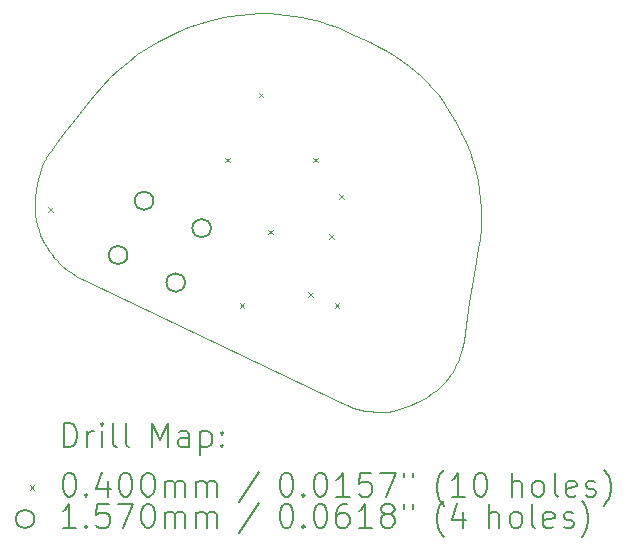
<source format=gbr>
%TF.GenerationSoftware,KiCad,Pcbnew,(7.0.0)*%
%TF.CreationDate,2023-03-21T21:00:09-07:00*%
%TF.ProjectId,Ladder LEDs v1,4c616464-6572-4204-9c45-44732076312e,rev?*%
%TF.SameCoordinates,Original*%
%TF.FileFunction,Drillmap*%
%TF.FilePolarity,Positive*%
%FSLAX45Y45*%
G04 Gerber Fmt 4.5, Leading zero omitted, Abs format (unit mm)*
G04 Created by KiCad (PCBNEW (7.0.0)) date 2023-03-21 21:00:09*
%MOMM*%
%LPD*%
G01*
G04 APERTURE LIST*
%ADD10C,0.049999*%
%ADD11C,0.200000*%
%ADD12C,0.040000*%
%ADD13C,0.157000*%
G04 APERTURE END LIST*
D10*
X13720365Y-8801230D02*
X13805724Y-8755425D01*
X12794303Y-9759635D02*
X12800679Y-9750229D01*
X14946736Y-8590105D02*
X15007103Y-8602752D01*
X15243492Y-8675567D02*
X15305157Y-8701698D01*
X14156063Y-8619559D02*
X14244085Y-8597614D01*
X13636612Y-8851697D02*
X13720365Y-8801230D01*
X15330134Y-11877806D02*
X15286575Y-11857028D01*
X16138219Y-9298963D02*
X16178810Y-9360106D01*
X15715263Y-11923136D02*
X15665256Y-11930276D01*
X15616946Y-11933284D02*
X15570655Y-11932736D01*
X16367852Y-9735772D02*
X16396330Y-9819231D01*
X15380730Y-11896857D02*
X15330134Y-11877806D01*
X12766888Y-10506330D02*
X12749051Y-10471330D01*
X12872269Y-10650572D02*
X12849873Y-10625717D01*
X12752792Y-9835852D02*
X12757165Y-9826080D01*
X15665256Y-11930276D02*
X15616946Y-11933284D01*
X12685000Y-10165000D02*
X12687561Y-10112089D01*
X12718632Y-10394921D02*
X12706555Y-10353447D01*
X13056179Y-9414856D02*
X13118214Y-9336901D01*
X16255031Y-11531412D02*
X16243509Y-11555310D01*
X15485416Y-11923283D02*
X15447110Y-11915530D01*
X12771591Y-9797314D02*
X12776873Y-9787854D01*
X14882299Y-8579029D02*
X14946736Y-8590105D01*
X12744627Y-9855766D02*
X12748616Y-9845742D01*
X15766647Y-11911287D02*
X15740803Y-11917837D01*
X15346519Y-8721320D02*
X15524794Y-8803111D01*
X15063275Y-8616571D02*
X15115125Y-8631162D01*
X15162529Y-8646125D02*
X15243492Y-8675567D01*
X14418147Y-8568407D02*
X14503472Y-8561218D01*
X16159798Y-11679584D02*
X16126425Y-11714499D01*
X13324815Y-9099454D02*
X13398566Y-9030705D01*
X15286575Y-11857028D02*
X13087501Y-10810374D01*
X12807359Y-9740796D02*
X12814354Y-9731321D01*
X16052312Y-9188070D02*
X16096159Y-9241742D01*
X12748616Y-9845742D02*
X12752792Y-9835852D01*
X16051640Y-11776106D02*
X16010284Y-11803313D01*
X12685871Y-10215559D02*
X12685000Y-10165000D01*
X12786141Y-10539237D02*
X12766888Y-10506330D01*
X16090363Y-11746588D02*
X16051640Y-11776106D01*
X16006360Y-9137574D02*
X16052312Y-9188070D01*
X12782411Y-9778432D02*
X12788217Y-9769031D01*
X16401815Y-10765734D02*
X16365414Y-10998191D01*
X12706555Y-10353447D02*
X12696900Y-10309750D01*
X12749051Y-10471330D02*
X12732882Y-10434205D01*
X15740803Y-11917837D02*
X15715263Y-11923136D01*
X15957985Y-9089881D02*
X16006360Y-9137574D01*
X14586370Y-8558438D02*
X14665828Y-8559229D01*
X16456720Y-10131276D02*
X16461385Y-10200727D01*
X14741720Y-8563191D02*
X14813919Y-8569924D01*
X16463056Y-10265509D02*
X16462323Y-10325001D01*
X15412107Y-11906529D02*
X15380730Y-11896857D01*
X15795139Y-8959877D02*
X15852692Y-9001406D01*
X16462323Y-10325001D02*
X16459775Y-10378580D01*
X15792755Y-11903417D02*
X15766647Y-11911287D01*
X15733891Y-8919657D02*
X15795139Y-8959877D01*
X16448472Y-10057778D02*
X16456720Y-10131276D01*
X13001357Y-9484566D02*
X13056179Y-9414856D01*
X13254459Y-9172681D02*
X13324815Y-9099454D01*
X16345889Y-11130320D02*
X16326655Y-11267668D01*
X16204757Y-11621350D02*
X16190455Y-11641586D01*
X12693805Y-10056795D02*
X12703985Y-9999083D01*
X16365414Y-10998191D02*
X16345889Y-11130320D01*
X15599036Y-8841647D02*
X15668629Y-8880372D01*
X12800679Y-9750229D02*
X12807359Y-9740796D01*
X15524794Y-8803111D02*
X15599036Y-8841647D01*
X15870697Y-11873627D02*
X15819087Y-11894153D01*
X16218368Y-11600247D02*
X16204757Y-11621350D01*
X15305157Y-8701698D02*
X15346519Y-8721320D01*
X15526705Y-11929210D02*
X15485416Y-11923283D01*
X13063211Y-10798190D02*
X13035872Y-10782573D01*
X16010284Y-11803313D02*
X15966323Y-11828464D01*
X15007103Y-8602752D02*
X15063275Y-8616571D01*
X12757165Y-9826080D02*
X12761749Y-9816411D01*
X13805724Y-8755425D02*
X13892331Y-8714319D01*
X16302019Y-11396345D02*
X16285362Y-11453616D01*
X16190455Y-11641586D02*
X16159798Y-11679584D01*
X16256856Y-9495656D02*
X16294948Y-9570808D01*
X15447110Y-11915530D02*
X15412107Y-11906529D01*
X12732882Y-10434205D02*
X12718632Y-10394921D01*
X12696900Y-10309750D02*
X12689922Y-10263798D01*
X12761749Y-9816411D02*
X12766553Y-9806827D01*
X16231287Y-11578244D02*
X16218368Y-11600247D01*
X12876234Y-9647756D02*
X12953354Y-9546385D01*
X12806557Y-10570082D02*
X12786141Y-10539237D01*
X16459775Y-10378580D02*
X16451591Y-10465508D01*
X15115125Y-8631162D02*
X15162529Y-8646125D01*
X13118214Y-9336901D02*
X13187855Y-9250351D01*
X14813919Y-8569924D02*
X14882299Y-8579029D01*
X16315793Y-11334448D02*
X16302019Y-11396345D01*
X12687561Y-10112089D02*
X12693805Y-10056795D01*
X12953354Y-9546385D02*
X13001357Y-9484566D01*
X12821674Y-9721786D02*
X12876234Y-9647756D01*
X15668629Y-8880372D02*
X15733891Y-8919657D01*
X15966323Y-11828464D02*
X15919784Y-11851816D01*
X14067859Y-8646349D02*
X14156063Y-8619559D01*
X16243509Y-11555310D02*
X16231287Y-11578244D01*
X12718352Y-9938923D02*
X12737160Y-9876282D01*
X15570655Y-11932736D02*
X15526705Y-11929210D01*
X14665828Y-8559229D02*
X14741720Y-8563191D01*
X16396330Y-9819231D02*
X16418866Y-9901134D01*
X13892331Y-8714319D02*
X13979829Y-8677948D01*
X16096159Y-9241742D02*
X16138219Y-9298963D01*
X15906868Y-9044616D02*
X15957985Y-9089881D01*
X13087501Y-10810374D02*
X13063211Y-10798190D01*
X13475355Y-8966471D02*
X13554822Y-8906790D01*
X16439385Y-10541025D02*
X16401815Y-10765734D01*
X14331565Y-8580551D02*
X14418147Y-8568407D01*
X12827886Y-10598898D02*
X12806557Y-10570082D01*
X16461385Y-10200727D02*
X16463056Y-10265509D01*
X12766553Y-9806827D02*
X12771591Y-9797314D01*
X12849873Y-10625717D02*
X12827886Y-10598898D01*
X12740812Y-9865941D02*
X12744627Y-9855766D01*
X16436050Y-9980857D02*
X16448472Y-10057778D01*
X16451591Y-10465508D02*
X16439385Y-10541025D01*
X12689922Y-10263798D02*
X12685871Y-10215559D01*
X12776873Y-9787854D02*
X12782411Y-9778432D01*
X15919784Y-11851816D02*
X15870697Y-11873627D01*
X15852692Y-9001406D02*
X15906868Y-9044616D01*
X12788217Y-9769031D02*
X12794303Y-9759635D01*
X12894820Y-10673496D02*
X12872269Y-10650572D01*
X12960889Y-10730996D02*
X12917275Y-10694519D01*
X12737160Y-9876282D02*
X12740812Y-9865941D01*
X13979829Y-8677948D02*
X14067859Y-8646349D01*
X12703985Y-9999083D02*
X12718352Y-9938923D01*
X16294948Y-9570808D02*
X16332843Y-9651378D01*
X13035872Y-10782573D02*
X13001093Y-10760261D01*
X12917275Y-10694519D02*
X12894820Y-10673496D01*
X13001093Y-10760261D02*
X12960889Y-10730996D01*
X14244085Y-8597614D02*
X14331565Y-8580551D01*
X16418866Y-9901134D02*
X16436050Y-9980857D01*
X15819087Y-11894153D02*
X15792755Y-11903417D01*
X12814354Y-9731321D02*
X12821674Y-9721786D01*
X16218250Y-9425546D02*
X16256856Y-9495656D01*
X14503472Y-8561218D02*
X14586370Y-8558438D01*
X16126425Y-11714499D02*
X16090363Y-11746588D01*
X16285362Y-11453616D02*
X16265849Y-11506519D01*
X13554822Y-8906790D02*
X13636612Y-8851697D01*
X13398566Y-9030705D02*
X13475355Y-8966471D01*
X13187855Y-9250351D02*
X13254459Y-9172681D01*
X16265849Y-11506519D02*
X16255031Y-11531412D01*
X16332843Y-9651378D02*
X16367852Y-9735772D01*
X16178810Y-9360106D02*
X16218250Y-9425546D01*
X16326655Y-11267668D02*
X16315793Y-11334448D01*
D11*
D12*
X12800000Y-10200000D02*
X12840000Y-10240000D01*
X12840000Y-10200000D02*
X12800000Y-10240000D01*
X14300000Y-9780000D02*
X14340000Y-9820000D01*
X14340000Y-9780000D02*
X14300000Y-9820000D01*
X14420000Y-11010000D02*
X14460000Y-11050000D01*
X14460000Y-11010000D02*
X14420000Y-11050000D01*
X14580000Y-9230000D02*
X14620000Y-9270000D01*
X14620000Y-9230000D02*
X14580000Y-9270000D01*
X14660000Y-10390000D02*
X14700000Y-10430000D01*
X14700000Y-10390000D02*
X14660000Y-10430000D01*
X15000000Y-10920000D02*
X15040000Y-10960000D01*
X15040000Y-10920000D02*
X15000000Y-10960000D01*
X15040000Y-9780000D02*
X15080000Y-9820000D01*
X15080000Y-9780000D02*
X15040000Y-9820000D01*
X15180000Y-10430000D02*
X15220000Y-10470000D01*
X15220000Y-10430000D02*
X15180000Y-10470000D01*
X15225000Y-11010000D02*
X15265000Y-11050000D01*
X15265000Y-11010000D02*
X15225000Y-11050000D01*
X15260000Y-10090000D02*
X15300000Y-10130000D01*
X15300000Y-10090000D02*
X15260000Y-10130000D01*
D13*
X13469925Y-10605113D02*
G75*
G03*
X13469925Y-10605113I-78500J0D01*
G01*
X13689486Y-10144794D02*
G75*
G03*
X13689486Y-10144794I-78500J0D01*
G01*
X13957321Y-10837589D02*
G75*
G03*
X13957321Y-10837589I-78500J0D01*
G01*
X14176882Y-10377270D02*
G75*
G03*
X14176882Y-10377270I-78500J0D01*
G01*
D11*
X12930119Y-12229260D02*
X12930119Y-12029260D01*
X12930119Y-12029260D02*
X12977738Y-12029260D01*
X12977738Y-12029260D02*
X13006310Y-12038784D01*
X13006310Y-12038784D02*
X13025357Y-12057831D01*
X13025357Y-12057831D02*
X13034881Y-12076879D01*
X13034881Y-12076879D02*
X13044405Y-12114974D01*
X13044405Y-12114974D02*
X13044405Y-12143546D01*
X13044405Y-12143546D02*
X13034881Y-12181641D01*
X13034881Y-12181641D02*
X13025357Y-12200689D01*
X13025357Y-12200689D02*
X13006310Y-12219736D01*
X13006310Y-12219736D02*
X12977738Y-12229260D01*
X12977738Y-12229260D02*
X12930119Y-12229260D01*
X13130119Y-12229260D02*
X13130119Y-12095927D01*
X13130119Y-12134022D02*
X13139643Y-12114974D01*
X13139643Y-12114974D02*
X13149167Y-12105450D01*
X13149167Y-12105450D02*
X13168214Y-12095927D01*
X13168214Y-12095927D02*
X13187262Y-12095927D01*
X13253929Y-12229260D02*
X13253929Y-12095927D01*
X13253929Y-12029260D02*
X13244405Y-12038784D01*
X13244405Y-12038784D02*
X13253929Y-12048308D01*
X13253929Y-12048308D02*
X13263452Y-12038784D01*
X13263452Y-12038784D02*
X13253929Y-12029260D01*
X13253929Y-12029260D02*
X13253929Y-12048308D01*
X13377738Y-12229260D02*
X13358690Y-12219736D01*
X13358690Y-12219736D02*
X13349167Y-12200689D01*
X13349167Y-12200689D02*
X13349167Y-12029260D01*
X13482500Y-12229260D02*
X13463452Y-12219736D01*
X13463452Y-12219736D02*
X13453929Y-12200689D01*
X13453929Y-12200689D02*
X13453929Y-12029260D01*
X13678690Y-12229260D02*
X13678690Y-12029260D01*
X13678690Y-12029260D02*
X13745357Y-12172117D01*
X13745357Y-12172117D02*
X13812024Y-12029260D01*
X13812024Y-12029260D02*
X13812024Y-12229260D01*
X13992976Y-12229260D02*
X13992976Y-12124498D01*
X13992976Y-12124498D02*
X13983452Y-12105450D01*
X13983452Y-12105450D02*
X13964405Y-12095927D01*
X13964405Y-12095927D02*
X13926309Y-12095927D01*
X13926309Y-12095927D02*
X13907262Y-12105450D01*
X13992976Y-12219736D02*
X13973929Y-12229260D01*
X13973929Y-12229260D02*
X13926309Y-12229260D01*
X13926309Y-12229260D02*
X13907262Y-12219736D01*
X13907262Y-12219736D02*
X13897738Y-12200689D01*
X13897738Y-12200689D02*
X13897738Y-12181641D01*
X13897738Y-12181641D02*
X13907262Y-12162593D01*
X13907262Y-12162593D02*
X13926309Y-12153070D01*
X13926309Y-12153070D02*
X13973929Y-12153070D01*
X13973929Y-12153070D02*
X13992976Y-12143546D01*
X14088214Y-12095927D02*
X14088214Y-12295927D01*
X14088214Y-12105450D02*
X14107262Y-12095927D01*
X14107262Y-12095927D02*
X14145357Y-12095927D01*
X14145357Y-12095927D02*
X14164405Y-12105450D01*
X14164405Y-12105450D02*
X14173929Y-12114974D01*
X14173929Y-12114974D02*
X14183452Y-12134022D01*
X14183452Y-12134022D02*
X14183452Y-12191165D01*
X14183452Y-12191165D02*
X14173929Y-12210212D01*
X14173929Y-12210212D02*
X14164405Y-12219736D01*
X14164405Y-12219736D02*
X14145357Y-12229260D01*
X14145357Y-12229260D02*
X14107262Y-12229260D01*
X14107262Y-12229260D02*
X14088214Y-12219736D01*
X14269167Y-12210212D02*
X14278690Y-12219736D01*
X14278690Y-12219736D02*
X14269167Y-12229260D01*
X14269167Y-12229260D02*
X14259643Y-12219736D01*
X14259643Y-12219736D02*
X14269167Y-12210212D01*
X14269167Y-12210212D02*
X14269167Y-12229260D01*
X14269167Y-12105450D02*
X14278690Y-12114974D01*
X14278690Y-12114974D02*
X14269167Y-12124498D01*
X14269167Y-12124498D02*
X14259643Y-12114974D01*
X14259643Y-12114974D02*
X14269167Y-12105450D01*
X14269167Y-12105450D02*
X14269167Y-12124498D01*
D12*
X12642500Y-12555784D02*
X12682500Y-12595784D01*
X12682500Y-12555784D02*
X12642500Y-12595784D01*
D11*
X12968214Y-12449260D02*
X12987262Y-12449260D01*
X12987262Y-12449260D02*
X13006310Y-12458784D01*
X13006310Y-12458784D02*
X13015833Y-12468308D01*
X13015833Y-12468308D02*
X13025357Y-12487355D01*
X13025357Y-12487355D02*
X13034881Y-12525450D01*
X13034881Y-12525450D02*
X13034881Y-12573070D01*
X13034881Y-12573070D02*
X13025357Y-12611165D01*
X13025357Y-12611165D02*
X13015833Y-12630212D01*
X13015833Y-12630212D02*
X13006310Y-12639736D01*
X13006310Y-12639736D02*
X12987262Y-12649260D01*
X12987262Y-12649260D02*
X12968214Y-12649260D01*
X12968214Y-12649260D02*
X12949167Y-12639736D01*
X12949167Y-12639736D02*
X12939643Y-12630212D01*
X12939643Y-12630212D02*
X12930119Y-12611165D01*
X12930119Y-12611165D02*
X12920595Y-12573070D01*
X12920595Y-12573070D02*
X12920595Y-12525450D01*
X12920595Y-12525450D02*
X12930119Y-12487355D01*
X12930119Y-12487355D02*
X12939643Y-12468308D01*
X12939643Y-12468308D02*
X12949167Y-12458784D01*
X12949167Y-12458784D02*
X12968214Y-12449260D01*
X13120595Y-12630212D02*
X13130119Y-12639736D01*
X13130119Y-12639736D02*
X13120595Y-12649260D01*
X13120595Y-12649260D02*
X13111071Y-12639736D01*
X13111071Y-12639736D02*
X13120595Y-12630212D01*
X13120595Y-12630212D02*
X13120595Y-12649260D01*
X13301548Y-12515927D02*
X13301548Y-12649260D01*
X13253929Y-12439736D02*
X13206310Y-12582593D01*
X13206310Y-12582593D02*
X13330119Y-12582593D01*
X13444405Y-12449260D02*
X13463452Y-12449260D01*
X13463452Y-12449260D02*
X13482500Y-12458784D01*
X13482500Y-12458784D02*
X13492024Y-12468308D01*
X13492024Y-12468308D02*
X13501548Y-12487355D01*
X13501548Y-12487355D02*
X13511071Y-12525450D01*
X13511071Y-12525450D02*
X13511071Y-12573070D01*
X13511071Y-12573070D02*
X13501548Y-12611165D01*
X13501548Y-12611165D02*
X13492024Y-12630212D01*
X13492024Y-12630212D02*
X13482500Y-12639736D01*
X13482500Y-12639736D02*
X13463452Y-12649260D01*
X13463452Y-12649260D02*
X13444405Y-12649260D01*
X13444405Y-12649260D02*
X13425357Y-12639736D01*
X13425357Y-12639736D02*
X13415833Y-12630212D01*
X13415833Y-12630212D02*
X13406310Y-12611165D01*
X13406310Y-12611165D02*
X13396786Y-12573070D01*
X13396786Y-12573070D02*
X13396786Y-12525450D01*
X13396786Y-12525450D02*
X13406310Y-12487355D01*
X13406310Y-12487355D02*
X13415833Y-12468308D01*
X13415833Y-12468308D02*
X13425357Y-12458784D01*
X13425357Y-12458784D02*
X13444405Y-12449260D01*
X13634881Y-12449260D02*
X13653929Y-12449260D01*
X13653929Y-12449260D02*
X13672976Y-12458784D01*
X13672976Y-12458784D02*
X13682500Y-12468308D01*
X13682500Y-12468308D02*
X13692024Y-12487355D01*
X13692024Y-12487355D02*
X13701548Y-12525450D01*
X13701548Y-12525450D02*
X13701548Y-12573070D01*
X13701548Y-12573070D02*
X13692024Y-12611165D01*
X13692024Y-12611165D02*
X13682500Y-12630212D01*
X13682500Y-12630212D02*
X13672976Y-12639736D01*
X13672976Y-12639736D02*
X13653929Y-12649260D01*
X13653929Y-12649260D02*
X13634881Y-12649260D01*
X13634881Y-12649260D02*
X13615833Y-12639736D01*
X13615833Y-12639736D02*
X13606310Y-12630212D01*
X13606310Y-12630212D02*
X13596786Y-12611165D01*
X13596786Y-12611165D02*
X13587262Y-12573070D01*
X13587262Y-12573070D02*
X13587262Y-12525450D01*
X13587262Y-12525450D02*
X13596786Y-12487355D01*
X13596786Y-12487355D02*
X13606310Y-12468308D01*
X13606310Y-12468308D02*
X13615833Y-12458784D01*
X13615833Y-12458784D02*
X13634881Y-12449260D01*
X13787262Y-12649260D02*
X13787262Y-12515927D01*
X13787262Y-12534974D02*
X13796786Y-12525450D01*
X13796786Y-12525450D02*
X13815833Y-12515927D01*
X13815833Y-12515927D02*
X13844405Y-12515927D01*
X13844405Y-12515927D02*
X13863452Y-12525450D01*
X13863452Y-12525450D02*
X13872976Y-12544498D01*
X13872976Y-12544498D02*
X13872976Y-12649260D01*
X13872976Y-12544498D02*
X13882500Y-12525450D01*
X13882500Y-12525450D02*
X13901548Y-12515927D01*
X13901548Y-12515927D02*
X13930119Y-12515927D01*
X13930119Y-12515927D02*
X13949167Y-12525450D01*
X13949167Y-12525450D02*
X13958691Y-12544498D01*
X13958691Y-12544498D02*
X13958691Y-12649260D01*
X14053929Y-12649260D02*
X14053929Y-12515927D01*
X14053929Y-12534974D02*
X14063452Y-12525450D01*
X14063452Y-12525450D02*
X14082500Y-12515927D01*
X14082500Y-12515927D02*
X14111072Y-12515927D01*
X14111072Y-12515927D02*
X14130119Y-12525450D01*
X14130119Y-12525450D02*
X14139643Y-12544498D01*
X14139643Y-12544498D02*
X14139643Y-12649260D01*
X14139643Y-12544498D02*
X14149167Y-12525450D01*
X14149167Y-12525450D02*
X14168214Y-12515927D01*
X14168214Y-12515927D02*
X14196786Y-12515927D01*
X14196786Y-12515927D02*
X14215833Y-12525450D01*
X14215833Y-12525450D02*
X14225357Y-12544498D01*
X14225357Y-12544498D02*
X14225357Y-12649260D01*
X14583452Y-12439736D02*
X14412024Y-12696879D01*
X14808214Y-12449260D02*
X14827262Y-12449260D01*
X14827262Y-12449260D02*
X14846310Y-12458784D01*
X14846310Y-12458784D02*
X14855833Y-12468308D01*
X14855833Y-12468308D02*
X14865357Y-12487355D01*
X14865357Y-12487355D02*
X14874881Y-12525450D01*
X14874881Y-12525450D02*
X14874881Y-12573070D01*
X14874881Y-12573070D02*
X14865357Y-12611165D01*
X14865357Y-12611165D02*
X14855833Y-12630212D01*
X14855833Y-12630212D02*
X14846310Y-12639736D01*
X14846310Y-12639736D02*
X14827262Y-12649260D01*
X14827262Y-12649260D02*
X14808214Y-12649260D01*
X14808214Y-12649260D02*
X14789167Y-12639736D01*
X14789167Y-12639736D02*
X14779643Y-12630212D01*
X14779643Y-12630212D02*
X14770119Y-12611165D01*
X14770119Y-12611165D02*
X14760595Y-12573070D01*
X14760595Y-12573070D02*
X14760595Y-12525450D01*
X14760595Y-12525450D02*
X14770119Y-12487355D01*
X14770119Y-12487355D02*
X14779643Y-12468308D01*
X14779643Y-12468308D02*
X14789167Y-12458784D01*
X14789167Y-12458784D02*
X14808214Y-12449260D01*
X14960595Y-12630212D02*
X14970119Y-12639736D01*
X14970119Y-12639736D02*
X14960595Y-12649260D01*
X14960595Y-12649260D02*
X14951072Y-12639736D01*
X14951072Y-12639736D02*
X14960595Y-12630212D01*
X14960595Y-12630212D02*
X14960595Y-12649260D01*
X15093929Y-12449260D02*
X15112976Y-12449260D01*
X15112976Y-12449260D02*
X15132024Y-12458784D01*
X15132024Y-12458784D02*
X15141548Y-12468308D01*
X15141548Y-12468308D02*
X15151072Y-12487355D01*
X15151072Y-12487355D02*
X15160595Y-12525450D01*
X15160595Y-12525450D02*
X15160595Y-12573070D01*
X15160595Y-12573070D02*
X15151072Y-12611165D01*
X15151072Y-12611165D02*
X15141548Y-12630212D01*
X15141548Y-12630212D02*
X15132024Y-12639736D01*
X15132024Y-12639736D02*
X15112976Y-12649260D01*
X15112976Y-12649260D02*
X15093929Y-12649260D01*
X15093929Y-12649260D02*
X15074881Y-12639736D01*
X15074881Y-12639736D02*
X15065357Y-12630212D01*
X15065357Y-12630212D02*
X15055833Y-12611165D01*
X15055833Y-12611165D02*
X15046310Y-12573070D01*
X15046310Y-12573070D02*
X15046310Y-12525450D01*
X15046310Y-12525450D02*
X15055833Y-12487355D01*
X15055833Y-12487355D02*
X15065357Y-12468308D01*
X15065357Y-12468308D02*
X15074881Y-12458784D01*
X15074881Y-12458784D02*
X15093929Y-12449260D01*
X15351072Y-12649260D02*
X15236786Y-12649260D01*
X15293929Y-12649260D02*
X15293929Y-12449260D01*
X15293929Y-12449260D02*
X15274881Y-12477831D01*
X15274881Y-12477831D02*
X15255833Y-12496879D01*
X15255833Y-12496879D02*
X15236786Y-12506403D01*
X15532024Y-12449260D02*
X15436786Y-12449260D01*
X15436786Y-12449260D02*
X15427262Y-12544498D01*
X15427262Y-12544498D02*
X15436786Y-12534974D01*
X15436786Y-12534974D02*
X15455833Y-12525450D01*
X15455833Y-12525450D02*
X15503453Y-12525450D01*
X15503453Y-12525450D02*
X15522500Y-12534974D01*
X15522500Y-12534974D02*
X15532024Y-12544498D01*
X15532024Y-12544498D02*
X15541548Y-12563546D01*
X15541548Y-12563546D02*
X15541548Y-12611165D01*
X15541548Y-12611165D02*
X15532024Y-12630212D01*
X15532024Y-12630212D02*
X15522500Y-12639736D01*
X15522500Y-12639736D02*
X15503453Y-12649260D01*
X15503453Y-12649260D02*
X15455833Y-12649260D01*
X15455833Y-12649260D02*
X15436786Y-12639736D01*
X15436786Y-12639736D02*
X15427262Y-12630212D01*
X15608214Y-12449260D02*
X15741548Y-12449260D01*
X15741548Y-12449260D02*
X15655833Y-12649260D01*
X15808214Y-12449260D02*
X15808214Y-12487355D01*
X15884405Y-12449260D02*
X15884405Y-12487355D01*
X16147262Y-12725450D02*
X16137738Y-12715927D01*
X16137738Y-12715927D02*
X16118691Y-12687355D01*
X16118691Y-12687355D02*
X16109167Y-12668308D01*
X16109167Y-12668308D02*
X16099643Y-12639736D01*
X16099643Y-12639736D02*
X16090119Y-12592117D01*
X16090119Y-12592117D02*
X16090119Y-12554022D01*
X16090119Y-12554022D02*
X16099643Y-12506403D01*
X16099643Y-12506403D02*
X16109167Y-12477831D01*
X16109167Y-12477831D02*
X16118691Y-12458784D01*
X16118691Y-12458784D02*
X16137738Y-12430212D01*
X16137738Y-12430212D02*
X16147262Y-12420689D01*
X16328214Y-12649260D02*
X16213929Y-12649260D01*
X16271072Y-12649260D02*
X16271072Y-12449260D01*
X16271072Y-12449260D02*
X16252024Y-12477831D01*
X16252024Y-12477831D02*
X16232976Y-12496879D01*
X16232976Y-12496879D02*
X16213929Y-12506403D01*
X16452024Y-12449260D02*
X16471072Y-12449260D01*
X16471072Y-12449260D02*
X16490119Y-12458784D01*
X16490119Y-12458784D02*
X16499643Y-12468308D01*
X16499643Y-12468308D02*
X16509167Y-12487355D01*
X16509167Y-12487355D02*
X16518691Y-12525450D01*
X16518691Y-12525450D02*
X16518691Y-12573070D01*
X16518691Y-12573070D02*
X16509167Y-12611165D01*
X16509167Y-12611165D02*
X16499643Y-12630212D01*
X16499643Y-12630212D02*
X16490119Y-12639736D01*
X16490119Y-12639736D02*
X16471072Y-12649260D01*
X16471072Y-12649260D02*
X16452024Y-12649260D01*
X16452024Y-12649260D02*
X16432976Y-12639736D01*
X16432976Y-12639736D02*
X16423453Y-12630212D01*
X16423453Y-12630212D02*
X16413929Y-12611165D01*
X16413929Y-12611165D02*
X16404405Y-12573070D01*
X16404405Y-12573070D02*
X16404405Y-12525450D01*
X16404405Y-12525450D02*
X16413929Y-12487355D01*
X16413929Y-12487355D02*
X16423453Y-12468308D01*
X16423453Y-12468308D02*
X16432976Y-12458784D01*
X16432976Y-12458784D02*
X16452024Y-12449260D01*
X16724405Y-12649260D02*
X16724405Y-12449260D01*
X16810119Y-12649260D02*
X16810119Y-12544498D01*
X16810119Y-12544498D02*
X16800596Y-12525450D01*
X16800596Y-12525450D02*
X16781548Y-12515927D01*
X16781548Y-12515927D02*
X16752976Y-12515927D01*
X16752976Y-12515927D02*
X16733929Y-12525450D01*
X16733929Y-12525450D02*
X16724405Y-12534974D01*
X16933929Y-12649260D02*
X16914881Y-12639736D01*
X16914881Y-12639736D02*
X16905357Y-12630212D01*
X16905357Y-12630212D02*
X16895834Y-12611165D01*
X16895834Y-12611165D02*
X16895834Y-12554022D01*
X16895834Y-12554022D02*
X16905357Y-12534974D01*
X16905357Y-12534974D02*
X16914881Y-12525450D01*
X16914881Y-12525450D02*
X16933929Y-12515927D01*
X16933929Y-12515927D02*
X16962500Y-12515927D01*
X16962500Y-12515927D02*
X16981548Y-12525450D01*
X16981548Y-12525450D02*
X16991072Y-12534974D01*
X16991072Y-12534974D02*
X17000596Y-12554022D01*
X17000596Y-12554022D02*
X17000596Y-12611165D01*
X17000596Y-12611165D02*
X16991072Y-12630212D01*
X16991072Y-12630212D02*
X16981548Y-12639736D01*
X16981548Y-12639736D02*
X16962500Y-12649260D01*
X16962500Y-12649260D02*
X16933929Y-12649260D01*
X17114881Y-12649260D02*
X17095834Y-12639736D01*
X17095834Y-12639736D02*
X17086310Y-12620689D01*
X17086310Y-12620689D02*
X17086310Y-12449260D01*
X17267262Y-12639736D02*
X17248215Y-12649260D01*
X17248215Y-12649260D02*
X17210119Y-12649260D01*
X17210119Y-12649260D02*
X17191072Y-12639736D01*
X17191072Y-12639736D02*
X17181548Y-12620689D01*
X17181548Y-12620689D02*
X17181548Y-12544498D01*
X17181548Y-12544498D02*
X17191072Y-12525450D01*
X17191072Y-12525450D02*
X17210119Y-12515927D01*
X17210119Y-12515927D02*
X17248215Y-12515927D01*
X17248215Y-12515927D02*
X17267262Y-12525450D01*
X17267262Y-12525450D02*
X17276786Y-12544498D01*
X17276786Y-12544498D02*
X17276786Y-12563546D01*
X17276786Y-12563546D02*
X17181548Y-12582593D01*
X17352977Y-12639736D02*
X17372024Y-12649260D01*
X17372024Y-12649260D02*
X17410119Y-12649260D01*
X17410119Y-12649260D02*
X17429167Y-12639736D01*
X17429167Y-12639736D02*
X17438691Y-12620689D01*
X17438691Y-12620689D02*
X17438691Y-12611165D01*
X17438691Y-12611165D02*
X17429167Y-12592117D01*
X17429167Y-12592117D02*
X17410119Y-12582593D01*
X17410119Y-12582593D02*
X17381548Y-12582593D01*
X17381548Y-12582593D02*
X17362500Y-12573070D01*
X17362500Y-12573070D02*
X17352977Y-12554022D01*
X17352977Y-12554022D02*
X17352977Y-12544498D01*
X17352977Y-12544498D02*
X17362500Y-12525450D01*
X17362500Y-12525450D02*
X17381548Y-12515927D01*
X17381548Y-12515927D02*
X17410119Y-12515927D01*
X17410119Y-12515927D02*
X17429167Y-12525450D01*
X17505358Y-12725450D02*
X17514881Y-12715927D01*
X17514881Y-12715927D02*
X17533929Y-12687355D01*
X17533929Y-12687355D02*
X17543453Y-12668308D01*
X17543453Y-12668308D02*
X17552977Y-12639736D01*
X17552977Y-12639736D02*
X17562500Y-12592117D01*
X17562500Y-12592117D02*
X17562500Y-12554022D01*
X17562500Y-12554022D02*
X17552977Y-12506403D01*
X17552977Y-12506403D02*
X17543453Y-12477831D01*
X17543453Y-12477831D02*
X17533929Y-12458784D01*
X17533929Y-12458784D02*
X17514881Y-12430212D01*
X17514881Y-12430212D02*
X17505358Y-12420689D01*
D13*
X12682500Y-12839784D02*
G75*
G03*
X12682500Y-12839784I-78500J0D01*
G01*
D11*
X13034881Y-12913260D02*
X12920595Y-12913260D01*
X12977738Y-12913260D02*
X12977738Y-12713260D01*
X12977738Y-12713260D02*
X12958690Y-12741831D01*
X12958690Y-12741831D02*
X12939643Y-12760879D01*
X12939643Y-12760879D02*
X12920595Y-12770403D01*
X13120595Y-12894212D02*
X13130119Y-12903736D01*
X13130119Y-12903736D02*
X13120595Y-12913260D01*
X13120595Y-12913260D02*
X13111071Y-12903736D01*
X13111071Y-12903736D02*
X13120595Y-12894212D01*
X13120595Y-12894212D02*
X13120595Y-12913260D01*
X13311071Y-12713260D02*
X13215833Y-12713260D01*
X13215833Y-12713260D02*
X13206310Y-12808498D01*
X13206310Y-12808498D02*
X13215833Y-12798974D01*
X13215833Y-12798974D02*
X13234881Y-12789450D01*
X13234881Y-12789450D02*
X13282500Y-12789450D01*
X13282500Y-12789450D02*
X13301548Y-12798974D01*
X13301548Y-12798974D02*
X13311071Y-12808498D01*
X13311071Y-12808498D02*
X13320595Y-12827546D01*
X13320595Y-12827546D02*
X13320595Y-12875165D01*
X13320595Y-12875165D02*
X13311071Y-12894212D01*
X13311071Y-12894212D02*
X13301548Y-12903736D01*
X13301548Y-12903736D02*
X13282500Y-12913260D01*
X13282500Y-12913260D02*
X13234881Y-12913260D01*
X13234881Y-12913260D02*
X13215833Y-12903736D01*
X13215833Y-12903736D02*
X13206310Y-12894212D01*
X13387262Y-12713260D02*
X13520595Y-12713260D01*
X13520595Y-12713260D02*
X13434881Y-12913260D01*
X13634881Y-12713260D02*
X13653929Y-12713260D01*
X13653929Y-12713260D02*
X13672976Y-12722784D01*
X13672976Y-12722784D02*
X13682500Y-12732308D01*
X13682500Y-12732308D02*
X13692024Y-12751355D01*
X13692024Y-12751355D02*
X13701548Y-12789450D01*
X13701548Y-12789450D02*
X13701548Y-12837070D01*
X13701548Y-12837070D02*
X13692024Y-12875165D01*
X13692024Y-12875165D02*
X13682500Y-12894212D01*
X13682500Y-12894212D02*
X13672976Y-12903736D01*
X13672976Y-12903736D02*
X13653929Y-12913260D01*
X13653929Y-12913260D02*
X13634881Y-12913260D01*
X13634881Y-12913260D02*
X13615833Y-12903736D01*
X13615833Y-12903736D02*
X13606310Y-12894212D01*
X13606310Y-12894212D02*
X13596786Y-12875165D01*
X13596786Y-12875165D02*
X13587262Y-12837070D01*
X13587262Y-12837070D02*
X13587262Y-12789450D01*
X13587262Y-12789450D02*
X13596786Y-12751355D01*
X13596786Y-12751355D02*
X13606310Y-12732308D01*
X13606310Y-12732308D02*
X13615833Y-12722784D01*
X13615833Y-12722784D02*
X13634881Y-12713260D01*
X13787262Y-12913260D02*
X13787262Y-12779927D01*
X13787262Y-12798974D02*
X13796786Y-12789450D01*
X13796786Y-12789450D02*
X13815833Y-12779927D01*
X13815833Y-12779927D02*
X13844405Y-12779927D01*
X13844405Y-12779927D02*
X13863452Y-12789450D01*
X13863452Y-12789450D02*
X13872976Y-12808498D01*
X13872976Y-12808498D02*
X13872976Y-12913260D01*
X13872976Y-12808498D02*
X13882500Y-12789450D01*
X13882500Y-12789450D02*
X13901548Y-12779927D01*
X13901548Y-12779927D02*
X13930119Y-12779927D01*
X13930119Y-12779927D02*
X13949167Y-12789450D01*
X13949167Y-12789450D02*
X13958691Y-12808498D01*
X13958691Y-12808498D02*
X13958691Y-12913260D01*
X14053929Y-12913260D02*
X14053929Y-12779927D01*
X14053929Y-12798974D02*
X14063452Y-12789450D01*
X14063452Y-12789450D02*
X14082500Y-12779927D01*
X14082500Y-12779927D02*
X14111072Y-12779927D01*
X14111072Y-12779927D02*
X14130119Y-12789450D01*
X14130119Y-12789450D02*
X14139643Y-12808498D01*
X14139643Y-12808498D02*
X14139643Y-12913260D01*
X14139643Y-12808498D02*
X14149167Y-12789450D01*
X14149167Y-12789450D02*
X14168214Y-12779927D01*
X14168214Y-12779927D02*
X14196786Y-12779927D01*
X14196786Y-12779927D02*
X14215833Y-12789450D01*
X14215833Y-12789450D02*
X14225357Y-12808498D01*
X14225357Y-12808498D02*
X14225357Y-12913260D01*
X14583452Y-12703736D02*
X14412024Y-12960879D01*
X14808214Y-12713260D02*
X14827262Y-12713260D01*
X14827262Y-12713260D02*
X14846310Y-12722784D01*
X14846310Y-12722784D02*
X14855833Y-12732308D01*
X14855833Y-12732308D02*
X14865357Y-12751355D01*
X14865357Y-12751355D02*
X14874881Y-12789450D01*
X14874881Y-12789450D02*
X14874881Y-12837070D01*
X14874881Y-12837070D02*
X14865357Y-12875165D01*
X14865357Y-12875165D02*
X14855833Y-12894212D01*
X14855833Y-12894212D02*
X14846310Y-12903736D01*
X14846310Y-12903736D02*
X14827262Y-12913260D01*
X14827262Y-12913260D02*
X14808214Y-12913260D01*
X14808214Y-12913260D02*
X14789167Y-12903736D01*
X14789167Y-12903736D02*
X14779643Y-12894212D01*
X14779643Y-12894212D02*
X14770119Y-12875165D01*
X14770119Y-12875165D02*
X14760595Y-12837070D01*
X14760595Y-12837070D02*
X14760595Y-12789450D01*
X14760595Y-12789450D02*
X14770119Y-12751355D01*
X14770119Y-12751355D02*
X14779643Y-12732308D01*
X14779643Y-12732308D02*
X14789167Y-12722784D01*
X14789167Y-12722784D02*
X14808214Y-12713260D01*
X14960595Y-12894212D02*
X14970119Y-12903736D01*
X14970119Y-12903736D02*
X14960595Y-12913260D01*
X14960595Y-12913260D02*
X14951072Y-12903736D01*
X14951072Y-12903736D02*
X14960595Y-12894212D01*
X14960595Y-12894212D02*
X14960595Y-12913260D01*
X15093929Y-12713260D02*
X15112976Y-12713260D01*
X15112976Y-12713260D02*
X15132024Y-12722784D01*
X15132024Y-12722784D02*
X15141548Y-12732308D01*
X15141548Y-12732308D02*
X15151072Y-12751355D01*
X15151072Y-12751355D02*
X15160595Y-12789450D01*
X15160595Y-12789450D02*
X15160595Y-12837070D01*
X15160595Y-12837070D02*
X15151072Y-12875165D01*
X15151072Y-12875165D02*
X15141548Y-12894212D01*
X15141548Y-12894212D02*
X15132024Y-12903736D01*
X15132024Y-12903736D02*
X15112976Y-12913260D01*
X15112976Y-12913260D02*
X15093929Y-12913260D01*
X15093929Y-12913260D02*
X15074881Y-12903736D01*
X15074881Y-12903736D02*
X15065357Y-12894212D01*
X15065357Y-12894212D02*
X15055833Y-12875165D01*
X15055833Y-12875165D02*
X15046310Y-12837070D01*
X15046310Y-12837070D02*
X15046310Y-12789450D01*
X15046310Y-12789450D02*
X15055833Y-12751355D01*
X15055833Y-12751355D02*
X15065357Y-12732308D01*
X15065357Y-12732308D02*
X15074881Y-12722784D01*
X15074881Y-12722784D02*
X15093929Y-12713260D01*
X15332024Y-12713260D02*
X15293929Y-12713260D01*
X15293929Y-12713260D02*
X15274881Y-12722784D01*
X15274881Y-12722784D02*
X15265357Y-12732308D01*
X15265357Y-12732308D02*
X15246310Y-12760879D01*
X15246310Y-12760879D02*
X15236786Y-12798974D01*
X15236786Y-12798974D02*
X15236786Y-12875165D01*
X15236786Y-12875165D02*
X15246310Y-12894212D01*
X15246310Y-12894212D02*
X15255833Y-12903736D01*
X15255833Y-12903736D02*
X15274881Y-12913260D01*
X15274881Y-12913260D02*
X15312976Y-12913260D01*
X15312976Y-12913260D02*
X15332024Y-12903736D01*
X15332024Y-12903736D02*
X15341548Y-12894212D01*
X15341548Y-12894212D02*
X15351072Y-12875165D01*
X15351072Y-12875165D02*
X15351072Y-12827546D01*
X15351072Y-12827546D02*
X15341548Y-12808498D01*
X15341548Y-12808498D02*
X15332024Y-12798974D01*
X15332024Y-12798974D02*
X15312976Y-12789450D01*
X15312976Y-12789450D02*
X15274881Y-12789450D01*
X15274881Y-12789450D02*
X15255833Y-12798974D01*
X15255833Y-12798974D02*
X15246310Y-12808498D01*
X15246310Y-12808498D02*
X15236786Y-12827546D01*
X15541548Y-12913260D02*
X15427262Y-12913260D01*
X15484405Y-12913260D02*
X15484405Y-12713260D01*
X15484405Y-12713260D02*
X15465357Y-12741831D01*
X15465357Y-12741831D02*
X15446310Y-12760879D01*
X15446310Y-12760879D02*
X15427262Y-12770403D01*
X15655833Y-12798974D02*
X15636786Y-12789450D01*
X15636786Y-12789450D02*
X15627262Y-12779927D01*
X15627262Y-12779927D02*
X15617738Y-12760879D01*
X15617738Y-12760879D02*
X15617738Y-12751355D01*
X15617738Y-12751355D02*
X15627262Y-12732308D01*
X15627262Y-12732308D02*
X15636786Y-12722784D01*
X15636786Y-12722784D02*
X15655833Y-12713260D01*
X15655833Y-12713260D02*
X15693929Y-12713260D01*
X15693929Y-12713260D02*
X15712976Y-12722784D01*
X15712976Y-12722784D02*
X15722500Y-12732308D01*
X15722500Y-12732308D02*
X15732024Y-12751355D01*
X15732024Y-12751355D02*
X15732024Y-12760879D01*
X15732024Y-12760879D02*
X15722500Y-12779927D01*
X15722500Y-12779927D02*
X15712976Y-12789450D01*
X15712976Y-12789450D02*
X15693929Y-12798974D01*
X15693929Y-12798974D02*
X15655833Y-12798974D01*
X15655833Y-12798974D02*
X15636786Y-12808498D01*
X15636786Y-12808498D02*
X15627262Y-12818022D01*
X15627262Y-12818022D02*
X15617738Y-12837070D01*
X15617738Y-12837070D02*
X15617738Y-12875165D01*
X15617738Y-12875165D02*
X15627262Y-12894212D01*
X15627262Y-12894212D02*
X15636786Y-12903736D01*
X15636786Y-12903736D02*
X15655833Y-12913260D01*
X15655833Y-12913260D02*
X15693929Y-12913260D01*
X15693929Y-12913260D02*
X15712976Y-12903736D01*
X15712976Y-12903736D02*
X15722500Y-12894212D01*
X15722500Y-12894212D02*
X15732024Y-12875165D01*
X15732024Y-12875165D02*
X15732024Y-12837070D01*
X15732024Y-12837070D02*
X15722500Y-12818022D01*
X15722500Y-12818022D02*
X15712976Y-12808498D01*
X15712976Y-12808498D02*
X15693929Y-12798974D01*
X15808214Y-12713260D02*
X15808214Y-12751355D01*
X15884405Y-12713260D02*
X15884405Y-12751355D01*
X16147262Y-12989450D02*
X16137738Y-12979927D01*
X16137738Y-12979927D02*
X16118691Y-12951355D01*
X16118691Y-12951355D02*
X16109167Y-12932308D01*
X16109167Y-12932308D02*
X16099643Y-12903736D01*
X16099643Y-12903736D02*
X16090119Y-12856117D01*
X16090119Y-12856117D02*
X16090119Y-12818022D01*
X16090119Y-12818022D02*
X16099643Y-12770403D01*
X16099643Y-12770403D02*
X16109167Y-12741831D01*
X16109167Y-12741831D02*
X16118691Y-12722784D01*
X16118691Y-12722784D02*
X16137738Y-12694212D01*
X16137738Y-12694212D02*
X16147262Y-12684689D01*
X16309167Y-12779927D02*
X16309167Y-12913260D01*
X16261548Y-12703736D02*
X16213929Y-12846593D01*
X16213929Y-12846593D02*
X16337738Y-12846593D01*
X16533929Y-12913260D02*
X16533929Y-12713260D01*
X16619643Y-12913260D02*
X16619643Y-12808498D01*
X16619643Y-12808498D02*
X16610119Y-12789450D01*
X16610119Y-12789450D02*
X16591072Y-12779927D01*
X16591072Y-12779927D02*
X16562500Y-12779927D01*
X16562500Y-12779927D02*
X16543453Y-12789450D01*
X16543453Y-12789450D02*
X16533929Y-12798974D01*
X16743453Y-12913260D02*
X16724405Y-12903736D01*
X16724405Y-12903736D02*
X16714881Y-12894212D01*
X16714881Y-12894212D02*
X16705357Y-12875165D01*
X16705357Y-12875165D02*
X16705357Y-12818022D01*
X16705357Y-12818022D02*
X16714881Y-12798974D01*
X16714881Y-12798974D02*
X16724405Y-12789450D01*
X16724405Y-12789450D02*
X16743453Y-12779927D01*
X16743453Y-12779927D02*
X16772024Y-12779927D01*
X16772024Y-12779927D02*
X16791072Y-12789450D01*
X16791072Y-12789450D02*
X16800596Y-12798974D01*
X16800596Y-12798974D02*
X16810119Y-12818022D01*
X16810119Y-12818022D02*
X16810119Y-12875165D01*
X16810119Y-12875165D02*
X16800596Y-12894212D01*
X16800596Y-12894212D02*
X16791072Y-12903736D01*
X16791072Y-12903736D02*
X16772024Y-12913260D01*
X16772024Y-12913260D02*
X16743453Y-12913260D01*
X16924405Y-12913260D02*
X16905357Y-12903736D01*
X16905357Y-12903736D02*
X16895834Y-12884689D01*
X16895834Y-12884689D02*
X16895834Y-12713260D01*
X17076786Y-12903736D02*
X17057738Y-12913260D01*
X17057738Y-12913260D02*
X17019643Y-12913260D01*
X17019643Y-12913260D02*
X17000596Y-12903736D01*
X17000596Y-12903736D02*
X16991072Y-12884689D01*
X16991072Y-12884689D02*
X16991072Y-12808498D01*
X16991072Y-12808498D02*
X17000596Y-12789450D01*
X17000596Y-12789450D02*
X17019643Y-12779927D01*
X17019643Y-12779927D02*
X17057738Y-12779927D01*
X17057738Y-12779927D02*
X17076786Y-12789450D01*
X17076786Y-12789450D02*
X17086310Y-12808498D01*
X17086310Y-12808498D02*
X17086310Y-12827546D01*
X17086310Y-12827546D02*
X16991072Y-12846593D01*
X17162500Y-12903736D02*
X17181548Y-12913260D01*
X17181548Y-12913260D02*
X17219643Y-12913260D01*
X17219643Y-12913260D02*
X17238691Y-12903736D01*
X17238691Y-12903736D02*
X17248215Y-12884689D01*
X17248215Y-12884689D02*
X17248215Y-12875165D01*
X17248215Y-12875165D02*
X17238691Y-12856117D01*
X17238691Y-12856117D02*
X17219643Y-12846593D01*
X17219643Y-12846593D02*
X17191072Y-12846593D01*
X17191072Y-12846593D02*
X17172024Y-12837070D01*
X17172024Y-12837070D02*
X17162500Y-12818022D01*
X17162500Y-12818022D02*
X17162500Y-12808498D01*
X17162500Y-12808498D02*
X17172024Y-12789450D01*
X17172024Y-12789450D02*
X17191072Y-12779927D01*
X17191072Y-12779927D02*
X17219643Y-12779927D01*
X17219643Y-12779927D02*
X17238691Y-12789450D01*
X17314881Y-12989450D02*
X17324405Y-12979927D01*
X17324405Y-12979927D02*
X17343453Y-12951355D01*
X17343453Y-12951355D02*
X17352977Y-12932308D01*
X17352977Y-12932308D02*
X17362500Y-12903736D01*
X17362500Y-12903736D02*
X17372024Y-12856117D01*
X17372024Y-12856117D02*
X17372024Y-12818022D01*
X17372024Y-12818022D02*
X17362500Y-12770403D01*
X17362500Y-12770403D02*
X17352977Y-12741831D01*
X17352977Y-12741831D02*
X17343453Y-12722784D01*
X17343453Y-12722784D02*
X17324405Y-12694212D01*
X17324405Y-12694212D02*
X17314881Y-12684689D01*
M02*

</source>
